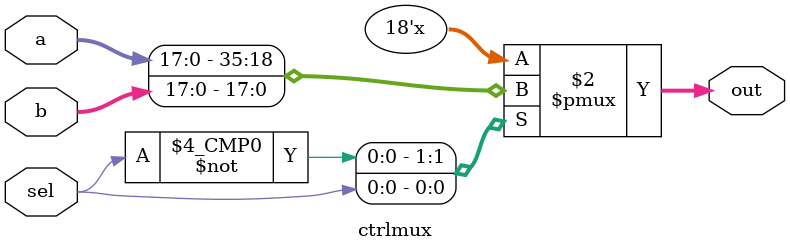
<source format=v>
module ctrlmux (a,b,sel,out); 
	input [17:0] a,b;
	input sel;
	output reg [17:0] out;
	
	always @(*) begin 
		case(sel)
			1'b0: out = a; //0
			1'b1: out = b; //1
		endcase
	end 
endmodule
</source>
